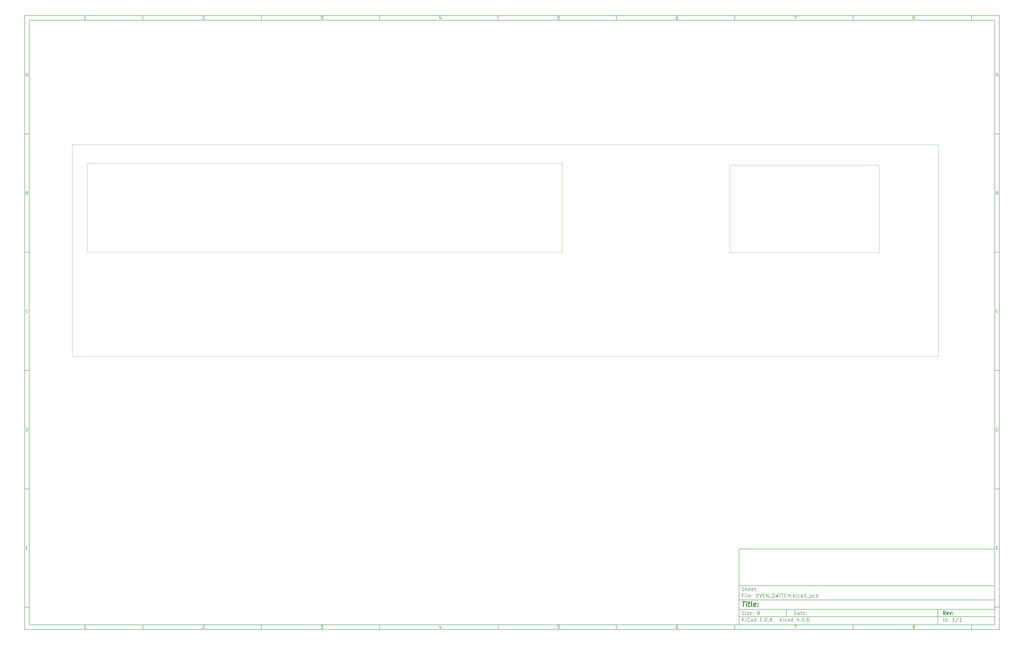
<source format=gbr>
G04 #@! TF.FileFunction,Profile,NP*
%FSLAX46Y46*%
G04 Gerber Fmt 4.6, Leading zero omitted, Abs format (unit mm)*
G04 Created by KiCad (PCBNEW 4.0.6) date 04/10/17 22:41:35*
%MOMM*%
%LPD*%
G01*
G04 APERTURE LIST*
%ADD10C,0.500000*%
%ADD11C,0.150000*%
%ADD12C,0.300000*%
%ADD13C,0.400000*%
%ADD14C,0.100000*%
G04 APERTURE END LIST*
D10*
D11*
X311800000Y-235400000D02*
X311800000Y-267400000D01*
X419800000Y-267400000D01*
X419800000Y-235400000D01*
X311800000Y-235400000D01*
D10*
D11*
X10000000Y-10000000D02*
X10000000Y-269400000D01*
X421800000Y-269400000D01*
X421800000Y-10000000D01*
X10000000Y-10000000D01*
D10*
D11*
X12000000Y-12000000D02*
X12000000Y-267400000D01*
X419800000Y-267400000D01*
X419800000Y-12000000D01*
X12000000Y-12000000D01*
D10*
D11*
X60000000Y-12000000D02*
X60000000Y-10000000D01*
D10*
D11*
X110000000Y-12000000D02*
X110000000Y-10000000D01*
D10*
D11*
X160000000Y-12000000D02*
X160000000Y-10000000D01*
D10*
D11*
X210000000Y-12000000D02*
X210000000Y-10000000D01*
D10*
D11*
X260000000Y-12000000D02*
X260000000Y-10000000D01*
D10*
D11*
X310000000Y-12000000D02*
X310000000Y-10000000D01*
D10*
D11*
X360000000Y-12000000D02*
X360000000Y-10000000D01*
D10*
D11*
X410000000Y-12000000D02*
X410000000Y-10000000D01*
D10*
D11*
X35990476Y-11588095D02*
X35247619Y-11588095D01*
X35619048Y-11588095D02*
X35619048Y-10288095D01*
X35495238Y-10473810D01*
X35371429Y-10597619D01*
X35247619Y-10659524D01*
D10*
D11*
X85247619Y-10411905D02*
X85309524Y-10350000D01*
X85433333Y-10288095D01*
X85742857Y-10288095D01*
X85866667Y-10350000D01*
X85928571Y-10411905D01*
X85990476Y-10535714D01*
X85990476Y-10659524D01*
X85928571Y-10845238D01*
X85185714Y-11588095D01*
X85990476Y-11588095D01*
D10*
D11*
X135185714Y-10288095D02*
X135990476Y-10288095D01*
X135557143Y-10783333D01*
X135742857Y-10783333D01*
X135866667Y-10845238D01*
X135928571Y-10907143D01*
X135990476Y-11030952D01*
X135990476Y-11340476D01*
X135928571Y-11464286D01*
X135866667Y-11526190D01*
X135742857Y-11588095D01*
X135371429Y-11588095D01*
X135247619Y-11526190D01*
X135185714Y-11464286D01*
D10*
D11*
X185866667Y-10721429D02*
X185866667Y-11588095D01*
X185557143Y-10226190D02*
X185247619Y-11154762D01*
X186052381Y-11154762D01*
D10*
D11*
X235928571Y-10288095D02*
X235309524Y-10288095D01*
X235247619Y-10907143D01*
X235309524Y-10845238D01*
X235433333Y-10783333D01*
X235742857Y-10783333D01*
X235866667Y-10845238D01*
X235928571Y-10907143D01*
X235990476Y-11030952D01*
X235990476Y-11340476D01*
X235928571Y-11464286D01*
X235866667Y-11526190D01*
X235742857Y-11588095D01*
X235433333Y-11588095D01*
X235309524Y-11526190D01*
X235247619Y-11464286D01*
D10*
D11*
X285866667Y-10288095D02*
X285619048Y-10288095D01*
X285495238Y-10350000D01*
X285433333Y-10411905D01*
X285309524Y-10597619D01*
X285247619Y-10845238D01*
X285247619Y-11340476D01*
X285309524Y-11464286D01*
X285371429Y-11526190D01*
X285495238Y-11588095D01*
X285742857Y-11588095D01*
X285866667Y-11526190D01*
X285928571Y-11464286D01*
X285990476Y-11340476D01*
X285990476Y-11030952D01*
X285928571Y-10907143D01*
X285866667Y-10845238D01*
X285742857Y-10783333D01*
X285495238Y-10783333D01*
X285371429Y-10845238D01*
X285309524Y-10907143D01*
X285247619Y-11030952D01*
D10*
D11*
X335185714Y-10288095D02*
X336052381Y-10288095D01*
X335495238Y-11588095D01*
D10*
D11*
X385495238Y-10845238D02*
X385371429Y-10783333D01*
X385309524Y-10721429D01*
X385247619Y-10597619D01*
X385247619Y-10535714D01*
X385309524Y-10411905D01*
X385371429Y-10350000D01*
X385495238Y-10288095D01*
X385742857Y-10288095D01*
X385866667Y-10350000D01*
X385928571Y-10411905D01*
X385990476Y-10535714D01*
X385990476Y-10597619D01*
X385928571Y-10721429D01*
X385866667Y-10783333D01*
X385742857Y-10845238D01*
X385495238Y-10845238D01*
X385371429Y-10907143D01*
X385309524Y-10969048D01*
X385247619Y-11092857D01*
X385247619Y-11340476D01*
X385309524Y-11464286D01*
X385371429Y-11526190D01*
X385495238Y-11588095D01*
X385742857Y-11588095D01*
X385866667Y-11526190D01*
X385928571Y-11464286D01*
X385990476Y-11340476D01*
X385990476Y-11092857D01*
X385928571Y-10969048D01*
X385866667Y-10907143D01*
X385742857Y-10845238D01*
D10*
D11*
X60000000Y-267400000D02*
X60000000Y-269400000D01*
D10*
D11*
X110000000Y-267400000D02*
X110000000Y-269400000D01*
D10*
D11*
X160000000Y-267400000D02*
X160000000Y-269400000D01*
D10*
D11*
X210000000Y-267400000D02*
X210000000Y-269400000D01*
D10*
D11*
X260000000Y-267400000D02*
X260000000Y-269400000D01*
D10*
D11*
X310000000Y-267400000D02*
X310000000Y-269400000D01*
D10*
D11*
X360000000Y-267400000D02*
X360000000Y-269400000D01*
D10*
D11*
X410000000Y-267400000D02*
X410000000Y-269400000D01*
D10*
D11*
X35990476Y-268988095D02*
X35247619Y-268988095D01*
X35619048Y-268988095D02*
X35619048Y-267688095D01*
X35495238Y-267873810D01*
X35371429Y-267997619D01*
X35247619Y-268059524D01*
D10*
D11*
X85247619Y-267811905D02*
X85309524Y-267750000D01*
X85433333Y-267688095D01*
X85742857Y-267688095D01*
X85866667Y-267750000D01*
X85928571Y-267811905D01*
X85990476Y-267935714D01*
X85990476Y-268059524D01*
X85928571Y-268245238D01*
X85185714Y-268988095D01*
X85990476Y-268988095D01*
D10*
D11*
X135185714Y-267688095D02*
X135990476Y-267688095D01*
X135557143Y-268183333D01*
X135742857Y-268183333D01*
X135866667Y-268245238D01*
X135928571Y-268307143D01*
X135990476Y-268430952D01*
X135990476Y-268740476D01*
X135928571Y-268864286D01*
X135866667Y-268926190D01*
X135742857Y-268988095D01*
X135371429Y-268988095D01*
X135247619Y-268926190D01*
X135185714Y-268864286D01*
D10*
D11*
X185866667Y-268121429D02*
X185866667Y-268988095D01*
X185557143Y-267626190D02*
X185247619Y-268554762D01*
X186052381Y-268554762D01*
D10*
D11*
X235928571Y-267688095D02*
X235309524Y-267688095D01*
X235247619Y-268307143D01*
X235309524Y-268245238D01*
X235433333Y-268183333D01*
X235742857Y-268183333D01*
X235866667Y-268245238D01*
X235928571Y-268307143D01*
X235990476Y-268430952D01*
X235990476Y-268740476D01*
X235928571Y-268864286D01*
X235866667Y-268926190D01*
X235742857Y-268988095D01*
X235433333Y-268988095D01*
X235309524Y-268926190D01*
X235247619Y-268864286D01*
D10*
D11*
X285866667Y-267688095D02*
X285619048Y-267688095D01*
X285495238Y-267750000D01*
X285433333Y-267811905D01*
X285309524Y-267997619D01*
X285247619Y-268245238D01*
X285247619Y-268740476D01*
X285309524Y-268864286D01*
X285371429Y-268926190D01*
X285495238Y-268988095D01*
X285742857Y-268988095D01*
X285866667Y-268926190D01*
X285928571Y-268864286D01*
X285990476Y-268740476D01*
X285990476Y-268430952D01*
X285928571Y-268307143D01*
X285866667Y-268245238D01*
X285742857Y-268183333D01*
X285495238Y-268183333D01*
X285371429Y-268245238D01*
X285309524Y-268307143D01*
X285247619Y-268430952D01*
D10*
D11*
X335185714Y-267688095D02*
X336052381Y-267688095D01*
X335495238Y-268988095D01*
D10*
D11*
X385495238Y-268245238D02*
X385371429Y-268183333D01*
X385309524Y-268121429D01*
X385247619Y-267997619D01*
X385247619Y-267935714D01*
X385309524Y-267811905D01*
X385371429Y-267750000D01*
X385495238Y-267688095D01*
X385742857Y-267688095D01*
X385866667Y-267750000D01*
X385928571Y-267811905D01*
X385990476Y-267935714D01*
X385990476Y-267997619D01*
X385928571Y-268121429D01*
X385866667Y-268183333D01*
X385742857Y-268245238D01*
X385495238Y-268245238D01*
X385371429Y-268307143D01*
X385309524Y-268369048D01*
X385247619Y-268492857D01*
X385247619Y-268740476D01*
X385309524Y-268864286D01*
X385371429Y-268926190D01*
X385495238Y-268988095D01*
X385742857Y-268988095D01*
X385866667Y-268926190D01*
X385928571Y-268864286D01*
X385990476Y-268740476D01*
X385990476Y-268492857D01*
X385928571Y-268369048D01*
X385866667Y-268307143D01*
X385742857Y-268245238D01*
D10*
D11*
X10000000Y-60000000D02*
X12000000Y-60000000D01*
D10*
D11*
X10000000Y-110000000D02*
X12000000Y-110000000D01*
D10*
D11*
X10000000Y-160000000D02*
X12000000Y-160000000D01*
D10*
D11*
X10000000Y-210000000D02*
X12000000Y-210000000D01*
D10*
D11*
X10000000Y-260000000D02*
X12000000Y-260000000D01*
D10*
D11*
X10690476Y-35216667D02*
X11309524Y-35216667D01*
X10566667Y-35588095D02*
X11000000Y-34288095D01*
X11433333Y-35588095D01*
D10*
D11*
X11092857Y-84907143D02*
X11278571Y-84969048D01*
X11340476Y-85030952D01*
X11402381Y-85154762D01*
X11402381Y-85340476D01*
X11340476Y-85464286D01*
X11278571Y-85526190D01*
X11154762Y-85588095D01*
X10659524Y-85588095D01*
X10659524Y-84288095D01*
X11092857Y-84288095D01*
X11216667Y-84350000D01*
X11278571Y-84411905D01*
X11340476Y-84535714D01*
X11340476Y-84659524D01*
X11278571Y-84783333D01*
X11216667Y-84845238D01*
X11092857Y-84907143D01*
X10659524Y-84907143D01*
D10*
D11*
X11402381Y-135464286D02*
X11340476Y-135526190D01*
X11154762Y-135588095D01*
X11030952Y-135588095D01*
X10845238Y-135526190D01*
X10721429Y-135402381D01*
X10659524Y-135278571D01*
X10597619Y-135030952D01*
X10597619Y-134845238D01*
X10659524Y-134597619D01*
X10721429Y-134473810D01*
X10845238Y-134350000D01*
X11030952Y-134288095D01*
X11154762Y-134288095D01*
X11340476Y-134350000D01*
X11402381Y-134411905D01*
D10*
D11*
X10659524Y-185588095D02*
X10659524Y-184288095D01*
X10969048Y-184288095D01*
X11154762Y-184350000D01*
X11278571Y-184473810D01*
X11340476Y-184597619D01*
X11402381Y-184845238D01*
X11402381Y-185030952D01*
X11340476Y-185278571D01*
X11278571Y-185402381D01*
X11154762Y-185526190D01*
X10969048Y-185588095D01*
X10659524Y-185588095D01*
D10*
D11*
X10721429Y-234907143D02*
X11154762Y-234907143D01*
X11340476Y-235588095D02*
X10721429Y-235588095D01*
X10721429Y-234288095D01*
X11340476Y-234288095D01*
D10*
D11*
X421800000Y-60000000D02*
X419800000Y-60000000D01*
D10*
D11*
X421800000Y-110000000D02*
X419800000Y-110000000D01*
D10*
D11*
X421800000Y-160000000D02*
X419800000Y-160000000D01*
D10*
D11*
X421800000Y-210000000D02*
X419800000Y-210000000D01*
D10*
D11*
X421800000Y-260000000D02*
X419800000Y-260000000D01*
D10*
D11*
X420490476Y-35216667D02*
X421109524Y-35216667D01*
X420366667Y-35588095D02*
X420800000Y-34288095D01*
X421233333Y-35588095D01*
D10*
D11*
X420892857Y-84907143D02*
X421078571Y-84969048D01*
X421140476Y-85030952D01*
X421202381Y-85154762D01*
X421202381Y-85340476D01*
X421140476Y-85464286D01*
X421078571Y-85526190D01*
X420954762Y-85588095D01*
X420459524Y-85588095D01*
X420459524Y-84288095D01*
X420892857Y-84288095D01*
X421016667Y-84350000D01*
X421078571Y-84411905D01*
X421140476Y-84535714D01*
X421140476Y-84659524D01*
X421078571Y-84783333D01*
X421016667Y-84845238D01*
X420892857Y-84907143D01*
X420459524Y-84907143D01*
D10*
D11*
X421202381Y-135464286D02*
X421140476Y-135526190D01*
X420954762Y-135588095D01*
X420830952Y-135588095D01*
X420645238Y-135526190D01*
X420521429Y-135402381D01*
X420459524Y-135278571D01*
X420397619Y-135030952D01*
X420397619Y-134845238D01*
X420459524Y-134597619D01*
X420521429Y-134473810D01*
X420645238Y-134350000D01*
X420830952Y-134288095D01*
X420954762Y-134288095D01*
X421140476Y-134350000D01*
X421202381Y-134411905D01*
D10*
D11*
X420459524Y-185588095D02*
X420459524Y-184288095D01*
X420769048Y-184288095D01*
X420954762Y-184350000D01*
X421078571Y-184473810D01*
X421140476Y-184597619D01*
X421202381Y-184845238D01*
X421202381Y-185030952D01*
X421140476Y-185278571D01*
X421078571Y-185402381D01*
X420954762Y-185526190D01*
X420769048Y-185588095D01*
X420459524Y-185588095D01*
D10*
D11*
X420521429Y-234907143D02*
X420954762Y-234907143D01*
X421140476Y-235588095D02*
X420521429Y-235588095D01*
X420521429Y-234288095D01*
X421140476Y-234288095D01*
D10*
D11*
X335157143Y-263178571D02*
X335157143Y-261678571D01*
X335514286Y-261678571D01*
X335728571Y-261750000D01*
X335871429Y-261892857D01*
X335942857Y-262035714D01*
X336014286Y-262321429D01*
X336014286Y-262535714D01*
X335942857Y-262821429D01*
X335871429Y-262964286D01*
X335728571Y-263107143D01*
X335514286Y-263178571D01*
X335157143Y-263178571D01*
X337300000Y-263178571D02*
X337300000Y-262392857D01*
X337228571Y-262250000D01*
X337085714Y-262178571D01*
X336800000Y-262178571D01*
X336657143Y-262250000D01*
X337300000Y-263107143D02*
X337157143Y-263178571D01*
X336800000Y-263178571D01*
X336657143Y-263107143D01*
X336585714Y-262964286D01*
X336585714Y-262821429D01*
X336657143Y-262678571D01*
X336800000Y-262607143D01*
X337157143Y-262607143D01*
X337300000Y-262535714D01*
X337800000Y-262178571D02*
X338371429Y-262178571D01*
X338014286Y-261678571D02*
X338014286Y-262964286D01*
X338085714Y-263107143D01*
X338228572Y-263178571D01*
X338371429Y-263178571D01*
X339442857Y-263107143D02*
X339300000Y-263178571D01*
X339014286Y-263178571D01*
X338871429Y-263107143D01*
X338800000Y-262964286D01*
X338800000Y-262392857D01*
X338871429Y-262250000D01*
X339014286Y-262178571D01*
X339300000Y-262178571D01*
X339442857Y-262250000D01*
X339514286Y-262392857D01*
X339514286Y-262535714D01*
X338800000Y-262678571D01*
X340157143Y-263035714D02*
X340228571Y-263107143D01*
X340157143Y-263178571D01*
X340085714Y-263107143D01*
X340157143Y-263035714D01*
X340157143Y-263178571D01*
X340157143Y-262250000D02*
X340228571Y-262321429D01*
X340157143Y-262392857D01*
X340085714Y-262321429D01*
X340157143Y-262250000D01*
X340157143Y-262392857D01*
D10*
D11*
X311800000Y-263900000D02*
X419800000Y-263900000D01*
D10*
D11*
X313157143Y-265978571D02*
X313157143Y-264478571D01*
X314014286Y-265978571D02*
X313371429Y-265121429D01*
X314014286Y-264478571D02*
X313157143Y-265335714D01*
X314657143Y-265978571D02*
X314657143Y-264978571D01*
X314657143Y-264478571D02*
X314585714Y-264550000D01*
X314657143Y-264621429D01*
X314728571Y-264550000D01*
X314657143Y-264478571D01*
X314657143Y-264621429D01*
X316228572Y-265835714D02*
X316157143Y-265907143D01*
X315942857Y-265978571D01*
X315800000Y-265978571D01*
X315585715Y-265907143D01*
X315442857Y-265764286D01*
X315371429Y-265621429D01*
X315300000Y-265335714D01*
X315300000Y-265121429D01*
X315371429Y-264835714D01*
X315442857Y-264692857D01*
X315585715Y-264550000D01*
X315800000Y-264478571D01*
X315942857Y-264478571D01*
X316157143Y-264550000D01*
X316228572Y-264621429D01*
X317514286Y-265978571D02*
X317514286Y-265192857D01*
X317442857Y-265050000D01*
X317300000Y-264978571D01*
X317014286Y-264978571D01*
X316871429Y-265050000D01*
X317514286Y-265907143D02*
X317371429Y-265978571D01*
X317014286Y-265978571D01*
X316871429Y-265907143D01*
X316800000Y-265764286D01*
X316800000Y-265621429D01*
X316871429Y-265478571D01*
X317014286Y-265407143D01*
X317371429Y-265407143D01*
X317514286Y-265335714D01*
X318871429Y-265978571D02*
X318871429Y-264478571D01*
X318871429Y-265907143D02*
X318728572Y-265978571D01*
X318442858Y-265978571D01*
X318300000Y-265907143D01*
X318228572Y-265835714D01*
X318157143Y-265692857D01*
X318157143Y-265264286D01*
X318228572Y-265121429D01*
X318300000Y-265050000D01*
X318442858Y-264978571D01*
X318728572Y-264978571D01*
X318871429Y-265050000D01*
X320728572Y-265192857D02*
X321228572Y-265192857D01*
X321442858Y-265978571D02*
X320728572Y-265978571D01*
X320728572Y-264478571D01*
X321442858Y-264478571D01*
X322085715Y-265835714D02*
X322157143Y-265907143D01*
X322085715Y-265978571D01*
X322014286Y-265907143D01*
X322085715Y-265835714D01*
X322085715Y-265978571D01*
X322800001Y-265978571D02*
X322800001Y-264478571D01*
X323157144Y-264478571D01*
X323371429Y-264550000D01*
X323514287Y-264692857D01*
X323585715Y-264835714D01*
X323657144Y-265121429D01*
X323657144Y-265335714D01*
X323585715Y-265621429D01*
X323514287Y-265764286D01*
X323371429Y-265907143D01*
X323157144Y-265978571D01*
X322800001Y-265978571D01*
X324300001Y-265835714D02*
X324371429Y-265907143D01*
X324300001Y-265978571D01*
X324228572Y-265907143D01*
X324300001Y-265835714D01*
X324300001Y-265978571D01*
X324942858Y-265550000D02*
X325657144Y-265550000D01*
X324800001Y-265978571D02*
X325300001Y-264478571D01*
X325800001Y-265978571D01*
X326300001Y-265835714D02*
X326371429Y-265907143D01*
X326300001Y-265978571D01*
X326228572Y-265907143D01*
X326300001Y-265835714D01*
X326300001Y-265978571D01*
X329300001Y-265978571D02*
X329300001Y-264478571D01*
X329442858Y-265407143D02*
X329871429Y-265978571D01*
X329871429Y-264978571D02*
X329300001Y-265550000D01*
X330514287Y-265978571D02*
X330514287Y-264978571D01*
X330514287Y-264478571D02*
X330442858Y-264550000D01*
X330514287Y-264621429D01*
X330585715Y-264550000D01*
X330514287Y-264478571D01*
X330514287Y-264621429D01*
X331871430Y-265907143D02*
X331728573Y-265978571D01*
X331442859Y-265978571D01*
X331300001Y-265907143D01*
X331228573Y-265835714D01*
X331157144Y-265692857D01*
X331157144Y-265264286D01*
X331228573Y-265121429D01*
X331300001Y-265050000D01*
X331442859Y-264978571D01*
X331728573Y-264978571D01*
X331871430Y-265050000D01*
X333157144Y-265978571D02*
X333157144Y-265192857D01*
X333085715Y-265050000D01*
X332942858Y-264978571D01*
X332657144Y-264978571D01*
X332514287Y-265050000D01*
X333157144Y-265907143D02*
X333014287Y-265978571D01*
X332657144Y-265978571D01*
X332514287Y-265907143D01*
X332442858Y-265764286D01*
X332442858Y-265621429D01*
X332514287Y-265478571D01*
X332657144Y-265407143D01*
X333014287Y-265407143D01*
X333157144Y-265335714D01*
X334514287Y-265978571D02*
X334514287Y-264478571D01*
X334514287Y-265907143D02*
X334371430Y-265978571D01*
X334085716Y-265978571D01*
X333942858Y-265907143D01*
X333871430Y-265835714D01*
X333800001Y-265692857D01*
X333800001Y-265264286D01*
X333871430Y-265121429D01*
X333942858Y-265050000D01*
X334085716Y-264978571D01*
X334371430Y-264978571D01*
X334514287Y-265050000D01*
X337014287Y-264978571D02*
X337014287Y-265978571D01*
X336657144Y-264407143D02*
X336300001Y-265478571D01*
X337228573Y-265478571D01*
X337800001Y-265835714D02*
X337871429Y-265907143D01*
X337800001Y-265978571D01*
X337728572Y-265907143D01*
X337800001Y-265835714D01*
X337800001Y-265978571D01*
X338800001Y-264478571D02*
X338942858Y-264478571D01*
X339085715Y-264550000D01*
X339157144Y-264621429D01*
X339228573Y-264764286D01*
X339300001Y-265050000D01*
X339300001Y-265407143D01*
X339228573Y-265692857D01*
X339157144Y-265835714D01*
X339085715Y-265907143D01*
X338942858Y-265978571D01*
X338800001Y-265978571D01*
X338657144Y-265907143D01*
X338585715Y-265835714D01*
X338514287Y-265692857D01*
X338442858Y-265407143D01*
X338442858Y-265050000D01*
X338514287Y-264764286D01*
X338585715Y-264621429D01*
X338657144Y-264550000D01*
X338800001Y-264478571D01*
X339942858Y-265835714D02*
X340014286Y-265907143D01*
X339942858Y-265978571D01*
X339871429Y-265907143D01*
X339942858Y-265835714D01*
X339942858Y-265978571D01*
X341300001Y-264478571D02*
X341014287Y-264478571D01*
X340871430Y-264550000D01*
X340800001Y-264621429D01*
X340657144Y-264835714D01*
X340585715Y-265121429D01*
X340585715Y-265692857D01*
X340657144Y-265835714D01*
X340728572Y-265907143D01*
X340871430Y-265978571D01*
X341157144Y-265978571D01*
X341300001Y-265907143D01*
X341371430Y-265835714D01*
X341442858Y-265692857D01*
X341442858Y-265335714D01*
X341371430Y-265192857D01*
X341300001Y-265121429D01*
X341157144Y-265050000D01*
X340871430Y-265050000D01*
X340728572Y-265121429D01*
X340657144Y-265192857D01*
X340585715Y-265335714D01*
D10*
D11*
X311800000Y-260900000D02*
X419800000Y-260900000D01*
D10*
D12*
X399014286Y-263178571D02*
X398514286Y-262464286D01*
X398157143Y-263178571D02*
X398157143Y-261678571D01*
X398728571Y-261678571D01*
X398871429Y-261750000D01*
X398942857Y-261821429D01*
X399014286Y-261964286D01*
X399014286Y-262178571D01*
X398942857Y-262321429D01*
X398871429Y-262392857D01*
X398728571Y-262464286D01*
X398157143Y-262464286D01*
X400228571Y-263107143D02*
X400085714Y-263178571D01*
X399800000Y-263178571D01*
X399657143Y-263107143D01*
X399585714Y-262964286D01*
X399585714Y-262392857D01*
X399657143Y-262250000D01*
X399800000Y-262178571D01*
X400085714Y-262178571D01*
X400228571Y-262250000D01*
X400300000Y-262392857D01*
X400300000Y-262535714D01*
X399585714Y-262678571D01*
X400800000Y-262178571D02*
X401157143Y-263178571D01*
X401514285Y-262178571D01*
X402085714Y-263035714D02*
X402157142Y-263107143D01*
X402085714Y-263178571D01*
X402014285Y-263107143D01*
X402085714Y-263035714D01*
X402085714Y-263178571D01*
X402085714Y-262250000D02*
X402157142Y-262321429D01*
X402085714Y-262392857D01*
X402014285Y-262321429D01*
X402085714Y-262250000D01*
X402085714Y-262392857D01*
D10*
D11*
X313085714Y-263107143D02*
X313300000Y-263178571D01*
X313657143Y-263178571D01*
X313800000Y-263107143D01*
X313871429Y-263035714D01*
X313942857Y-262892857D01*
X313942857Y-262750000D01*
X313871429Y-262607143D01*
X313800000Y-262535714D01*
X313657143Y-262464286D01*
X313371429Y-262392857D01*
X313228571Y-262321429D01*
X313157143Y-262250000D01*
X313085714Y-262107143D01*
X313085714Y-261964286D01*
X313157143Y-261821429D01*
X313228571Y-261750000D01*
X313371429Y-261678571D01*
X313728571Y-261678571D01*
X313942857Y-261750000D01*
X314585714Y-263178571D02*
X314585714Y-262178571D01*
X314585714Y-261678571D02*
X314514285Y-261750000D01*
X314585714Y-261821429D01*
X314657142Y-261750000D01*
X314585714Y-261678571D01*
X314585714Y-261821429D01*
X315157143Y-262178571D02*
X315942857Y-262178571D01*
X315157143Y-263178571D01*
X315942857Y-263178571D01*
X317085714Y-263107143D02*
X316942857Y-263178571D01*
X316657143Y-263178571D01*
X316514286Y-263107143D01*
X316442857Y-262964286D01*
X316442857Y-262392857D01*
X316514286Y-262250000D01*
X316657143Y-262178571D01*
X316942857Y-262178571D01*
X317085714Y-262250000D01*
X317157143Y-262392857D01*
X317157143Y-262535714D01*
X316442857Y-262678571D01*
X317800000Y-263035714D02*
X317871428Y-263107143D01*
X317800000Y-263178571D01*
X317728571Y-263107143D01*
X317800000Y-263035714D01*
X317800000Y-263178571D01*
X317800000Y-262250000D02*
X317871428Y-262321429D01*
X317800000Y-262392857D01*
X317728571Y-262321429D01*
X317800000Y-262250000D01*
X317800000Y-262392857D01*
X320157143Y-262392857D02*
X320371429Y-262464286D01*
X320442857Y-262535714D01*
X320514286Y-262678571D01*
X320514286Y-262892857D01*
X320442857Y-263035714D01*
X320371429Y-263107143D01*
X320228571Y-263178571D01*
X319657143Y-263178571D01*
X319657143Y-261678571D01*
X320157143Y-261678571D01*
X320300000Y-261750000D01*
X320371429Y-261821429D01*
X320442857Y-261964286D01*
X320442857Y-262107143D01*
X320371429Y-262250000D01*
X320300000Y-262321429D01*
X320157143Y-262392857D01*
X319657143Y-262392857D01*
D10*
D11*
X398157143Y-265978571D02*
X398157143Y-264478571D01*
X399514286Y-265978571D02*
X399514286Y-264478571D01*
X399514286Y-265907143D02*
X399371429Y-265978571D01*
X399085715Y-265978571D01*
X398942857Y-265907143D01*
X398871429Y-265835714D01*
X398800000Y-265692857D01*
X398800000Y-265264286D01*
X398871429Y-265121429D01*
X398942857Y-265050000D01*
X399085715Y-264978571D01*
X399371429Y-264978571D01*
X399514286Y-265050000D01*
X400228572Y-265835714D02*
X400300000Y-265907143D01*
X400228572Y-265978571D01*
X400157143Y-265907143D01*
X400228572Y-265835714D01*
X400228572Y-265978571D01*
X400228572Y-265050000D02*
X400300000Y-265121429D01*
X400228572Y-265192857D01*
X400157143Y-265121429D01*
X400228572Y-265050000D01*
X400228572Y-265192857D01*
X402871429Y-265978571D02*
X402014286Y-265978571D01*
X402442858Y-265978571D02*
X402442858Y-264478571D01*
X402300001Y-264692857D01*
X402157143Y-264835714D01*
X402014286Y-264907143D01*
X404585714Y-264407143D02*
X403300000Y-266335714D01*
X405871429Y-265978571D02*
X405014286Y-265978571D01*
X405442858Y-265978571D02*
X405442858Y-264478571D01*
X405300001Y-264692857D01*
X405157143Y-264835714D01*
X405014286Y-264907143D01*
D10*
D11*
X311800000Y-256900000D02*
X419800000Y-256900000D01*
D10*
D13*
X313252381Y-257604762D02*
X314395238Y-257604762D01*
X313573810Y-259604762D02*
X313823810Y-257604762D01*
X314811905Y-259604762D02*
X314978571Y-258271429D01*
X315061905Y-257604762D02*
X314954762Y-257700000D01*
X315038095Y-257795238D01*
X315145239Y-257700000D01*
X315061905Y-257604762D01*
X315038095Y-257795238D01*
X315645238Y-258271429D02*
X316407143Y-258271429D01*
X316014286Y-257604762D02*
X315800000Y-259319048D01*
X315871430Y-259509524D01*
X316050001Y-259604762D01*
X316240477Y-259604762D01*
X317192858Y-259604762D02*
X317014287Y-259509524D01*
X316942857Y-259319048D01*
X317157143Y-257604762D01*
X318728572Y-259509524D02*
X318526191Y-259604762D01*
X318145239Y-259604762D01*
X317966667Y-259509524D01*
X317895238Y-259319048D01*
X317990476Y-258557143D01*
X318109524Y-258366667D01*
X318311905Y-258271429D01*
X318692857Y-258271429D01*
X318871429Y-258366667D01*
X318942857Y-258557143D01*
X318919048Y-258747619D01*
X317942857Y-258938095D01*
X319692857Y-259414286D02*
X319776192Y-259509524D01*
X319669048Y-259604762D01*
X319585715Y-259509524D01*
X319692857Y-259414286D01*
X319669048Y-259604762D01*
X319823810Y-258366667D02*
X319907144Y-258461905D01*
X319800000Y-258557143D01*
X319716667Y-258461905D01*
X319823810Y-258366667D01*
X319800000Y-258557143D01*
D10*
D11*
X313657143Y-254992857D02*
X313157143Y-254992857D01*
X313157143Y-255778571D02*
X313157143Y-254278571D01*
X313871429Y-254278571D01*
X314442857Y-255778571D02*
X314442857Y-254778571D01*
X314442857Y-254278571D02*
X314371428Y-254350000D01*
X314442857Y-254421429D01*
X314514285Y-254350000D01*
X314442857Y-254278571D01*
X314442857Y-254421429D01*
X315371429Y-255778571D02*
X315228571Y-255707143D01*
X315157143Y-255564286D01*
X315157143Y-254278571D01*
X316514285Y-255707143D02*
X316371428Y-255778571D01*
X316085714Y-255778571D01*
X315942857Y-255707143D01*
X315871428Y-255564286D01*
X315871428Y-254992857D01*
X315942857Y-254850000D01*
X316085714Y-254778571D01*
X316371428Y-254778571D01*
X316514285Y-254850000D01*
X316585714Y-254992857D01*
X316585714Y-255135714D01*
X315871428Y-255278571D01*
X317228571Y-255635714D02*
X317299999Y-255707143D01*
X317228571Y-255778571D01*
X317157142Y-255707143D01*
X317228571Y-255635714D01*
X317228571Y-255778571D01*
X317228571Y-254850000D02*
X317299999Y-254921429D01*
X317228571Y-254992857D01*
X317157142Y-254921429D01*
X317228571Y-254850000D01*
X317228571Y-254992857D01*
X319371428Y-254278571D02*
X319657142Y-254278571D01*
X319800000Y-254350000D01*
X319942857Y-254492857D01*
X320014285Y-254778571D01*
X320014285Y-255278571D01*
X319942857Y-255564286D01*
X319800000Y-255707143D01*
X319657142Y-255778571D01*
X319371428Y-255778571D01*
X319228571Y-255707143D01*
X319085714Y-255564286D01*
X319014285Y-255278571D01*
X319014285Y-254778571D01*
X319085714Y-254492857D01*
X319228571Y-254350000D01*
X319371428Y-254278571D01*
X320442857Y-254278571D02*
X320942857Y-255778571D01*
X321442857Y-254278571D01*
X321942857Y-254992857D02*
X322442857Y-254992857D01*
X322657143Y-255778571D02*
X321942857Y-255778571D01*
X321942857Y-254278571D01*
X322657143Y-254278571D01*
X323300000Y-255778571D02*
X323300000Y-254278571D01*
X324157143Y-255778571D01*
X324157143Y-254278571D01*
X324514286Y-255921429D02*
X325657143Y-255921429D01*
X325942857Y-255707143D02*
X326157143Y-255778571D01*
X326514286Y-255778571D01*
X326657143Y-255707143D01*
X326728572Y-255635714D01*
X326800000Y-255492857D01*
X326800000Y-255350000D01*
X326728572Y-255207143D01*
X326657143Y-255135714D01*
X326514286Y-255064286D01*
X326228572Y-254992857D01*
X326085714Y-254921429D01*
X326014286Y-254850000D01*
X325942857Y-254707143D01*
X325942857Y-254564286D01*
X326014286Y-254421429D01*
X326085714Y-254350000D01*
X326228572Y-254278571D01*
X326585714Y-254278571D01*
X326800000Y-254350000D01*
X327300000Y-254278571D02*
X327657143Y-255778571D01*
X327942857Y-254707143D01*
X328228571Y-255778571D01*
X328585714Y-254278571D01*
X329157143Y-255778571D02*
X329157143Y-254278571D01*
X329657143Y-254278571D02*
X330514286Y-254278571D01*
X330085715Y-255778571D02*
X330085715Y-254278571D01*
X331871429Y-255635714D02*
X331800000Y-255707143D01*
X331585714Y-255778571D01*
X331442857Y-255778571D01*
X331228572Y-255707143D01*
X331085714Y-255564286D01*
X331014286Y-255421429D01*
X330942857Y-255135714D01*
X330942857Y-254921429D01*
X331014286Y-254635714D01*
X331085714Y-254492857D01*
X331228572Y-254350000D01*
X331442857Y-254278571D01*
X331585714Y-254278571D01*
X331800000Y-254350000D01*
X331871429Y-254421429D01*
X332514286Y-255778571D02*
X332514286Y-254278571D01*
X332514286Y-254992857D02*
X333371429Y-254992857D01*
X333371429Y-255778571D02*
X333371429Y-254278571D01*
X334085715Y-255635714D02*
X334157143Y-255707143D01*
X334085715Y-255778571D01*
X334014286Y-255707143D01*
X334085715Y-255635714D01*
X334085715Y-255778571D01*
X334800001Y-255778571D02*
X334800001Y-254278571D01*
X334942858Y-255207143D02*
X335371429Y-255778571D01*
X335371429Y-254778571D02*
X334800001Y-255350000D01*
X336014287Y-255778571D02*
X336014287Y-254778571D01*
X336014287Y-254278571D02*
X335942858Y-254350000D01*
X336014287Y-254421429D01*
X336085715Y-254350000D01*
X336014287Y-254278571D01*
X336014287Y-254421429D01*
X337371430Y-255707143D02*
X337228573Y-255778571D01*
X336942859Y-255778571D01*
X336800001Y-255707143D01*
X336728573Y-255635714D01*
X336657144Y-255492857D01*
X336657144Y-255064286D01*
X336728573Y-254921429D01*
X336800001Y-254850000D01*
X336942859Y-254778571D01*
X337228573Y-254778571D01*
X337371430Y-254850000D01*
X338657144Y-255778571D02*
X338657144Y-254992857D01*
X338585715Y-254850000D01*
X338442858Y-254778571D01*
X338157144Y-254778571D01*
X338014287Y-254850000D01*
X338657144Y-255707143D02*
X338514287Y-255778571D01*
X338157144Y-255778571D01*
X338014287Y-255707143D01*
X337942858Y-255564286D01*
X337942858Y-255421429D01*
X338014287Y-255278571D01*
X338157144Y-255207143D01*
X338514287Y-255207143D01*
X338657144Y-255135714D01*
X340014287Y-255778571D02*
X340014287Y-254278571D01*
X340014287Y-255707143D02*
X339871430Y-255778571D01*
X339585716Y-255778571D01*
X339442858Y-255707143D01*
X339371430Y-255635714D01*
X339300001Y-255492857D01*
X339300001Y-255064286D01*
X339371430Y-254921429D01*
X339442858Y-254850000D01*
X339585716Y-254778571D01*
X339871430Y-254778571D01*
X340014287Y-254850000D01*
X340371430Y-255921429D02*
X341514287Y-255921429D01*
X341871430Y-254778571D02*
X341871430Y-256278571D01*
X341871430Y-254850000D02*
X342014287Y-254778571D01*
X342300001Y-254778571D01*
X342442858Y-254850000D01*
X342514287Y-254921429D01*
X342585716Y-255064286D01*
X342585716Y-255492857D01*
X342514287Y-255635714D01*
X342442858Y-255707143D01*
X342300001Y-255778571D01*
X342014287Y-255778571D01*
X341871430Y-255707143D01*
X343871430Y-255707143D02*
X343728573Y-255778571D01*
X343442859Y-255778571D01*
X343300001Y-255707143D01*
X343228573Y-255635714D01*
X343157144Y-255492857D01*
X343157144Y-255064286D01*
X343228573Y-254921429D01*
X343300001Y-254850000D01*
X343442859Y-254778571D01*
X343728573Y-254778571D01*
X343871430Y-254850000D01*
X344514287Y-255778571D02*
X344514287Y-254278571D01*
X344514287Y-254850000D02*
X344657144Y-254778571D01*
X344942858Y-254778571D01*
X345085715Y-254850000D01*
X345157144Y-254921429D01*
X345228573Y-255064286D01*
X345228573Y-255492857D01*
X345157144Y-255635714D01*
X345085715Y-255707143D01*
X344942858Y-255778571D01*
X344657144Y-255778571D01*
X344514287Y-255707143D01*
D10*
D11*
X311800000Y-250900000D02*
X419800000Y-250900000D01*
D10*
D11*
X313085714Y-253007143D02*
X313300000Y-253078571D01*
X313657143Y-253078571D01*
X313800000Y-253007143D01*
X313871429Y-252935714D01*
X313942857Y-252792857D01*
X313942857Y-252650000D01*
X313871429Y-252507143D01*
X313800000Y-252435714D01*
X313657143Y-252364286D01*
X313371429Y-252292857D01*
X313228571Y-252221429D01*
X313157143Y-252150000D01*
X313085714Y-252007143D01*
X313085714Y-251864286D01*
X313157143Y-251721429D01*
X313228571Y-251650000D01*
X313371429Y-251578571D01*
X313728571Y-251578571D01*
X313942857Y-251650000D01*
X314585714Y-253078571D02*
X314585714Y-251578571D01*
X315228571Y-253078571D02*
X315228571Y-252292857D01*
X315157142Y-252150000D01*
X315014285Y-252078571D01*
X314800000Y-252078571D01*
X314657142Y-252150000D01*
X314585714Y-252221429D01*
X316514285Y-253007143D02*
X316371428Y-253078571D01*
X316085714Y-253078571D01*
X315942857Y-253007143D01*
X315871428Y-252864286D01*
X315871428Y-252292857D01*
X315942857Y-252150000D01*
X316085714Y-252078571D01*
X316371428Y-252078571D01*
X316514285Y-252150000D01*
X316585714Y-252292857D01*
X316585714Y-252435714D01*
X315871428Y-252578571D01*
X317799999Y-253007143D02*
X317657142Y-253078571D01*
X317371428Y-253078571D01*
X317228571Y-253007143D01*
X317157142Y-252864286D01*
X317157142Y-252292857D01*
X317228571Y-252150000D01*
X317371428Y-252078571D01*
X317657142Y-252078571D01*
X317799999Y-252150000D01*
X317871428Y-252292857D01*
X317871428Y-252435714D01*
X317157142Y-252578571D01*
X318299999Y-252078571D02*
X318871428Y-252078571D01*
X318514285Y-251578571D02*
X318514285Y-252864286D01*
X318585713Y-253007143D01*
X318728571Y-253078571D01*
X318871428Y-253078571D01*
X319371428Y-252935714D02*
X319442856Y-253007143D01*
X319371428Y-253078571D01*
X319299999Y-253007143D01*
X319371428Y-252935714D01*
X319371428Y-253078571D01*
X319371428Y-252150000D02*
X319442856Y-252221429D01*
X319371428Y-252292857D01*
X319299999Y-252221429D01*
X319371428Y-252150000D01*
X319371428Y-252292857D01*
D10*
D11*
X331800000Y-260900000D02*
X331800000Y-263900000D01*
D10*
D11*
X395800000Y-260900000D02*
X395800000Y-267400000D01*
D14*
X30090000Y-64524000D02*
X396122000Y-64524000D01*
X307990000Y-73202000D02*
X307990000Y-110002000D01*
X370990000Y-73202000D02*
X307990000Y-73202000D01*
X370990000Y-110002000D02*
X370990000Y-73202000D01*
X307990000Y-110002000D02*
X370990000Y-110002000D01*
X36490000Y-109934000D02*
X36490000Y-72534000D01*
X237090000Y-109934000D02*
X36490000Y-109934000D01*
X237090000Y-72534000D02*
X237090000Y-109934000D01*
X36490000Y-72534000D02*
X237090000Y-72534000D01*
X30090000Y-154024000D02*
X41122000Y-154024000D01*
X30090000Y-154024000D02*
X30090000Y-64524000D01*
X396122000Y-154024000D02*
X41122000Y-154024000D01*
X396122000Y-64524000D02*
X396122000Y-154024000D01*
M02*

</source>
